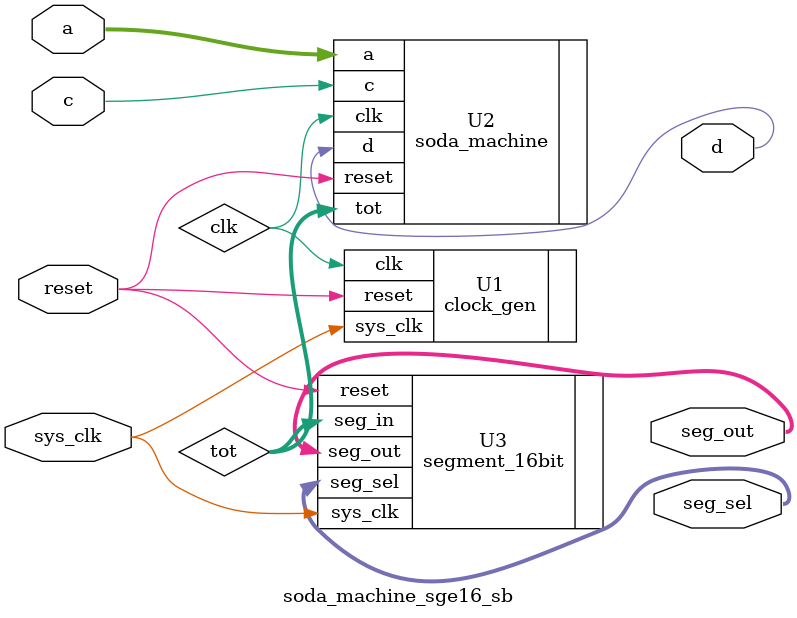
<source format=sv>
module soda_machine_sge16_sb(
    input logic sys_clk, reset, c,
    input logic [7:0] a,
    output logic [7:0] seg_out,
    output logic [3:0] seg_sel, 
    output logic d);
//
logic clk;
logic [7:0] tot;
logic [15:0] bcd;
//
clock_gen #(24) U1 (.sys_clk(sys_clk), .reset(reset), .clk(clk));
soda_machine U2 (.clk(clk), .reset(reset), .c(c), .a(a), .tot(tot), .d(d));
segment_16bit U3 (.sys_clk(sys_clk), .reset(reset), .seg_in(tot), .seg_sel(seg_sel), .seg_out(seg_out));
//bin2bcd_p #(8) U4(tot, bcd); 
//segment_16bit U3 (.sys_clk(sys_clk), .reset(reset), .seg_in(bcd), .seg_sel(seg_sel), .seg_out(seg_out)); 
//
endmodule


</source>
